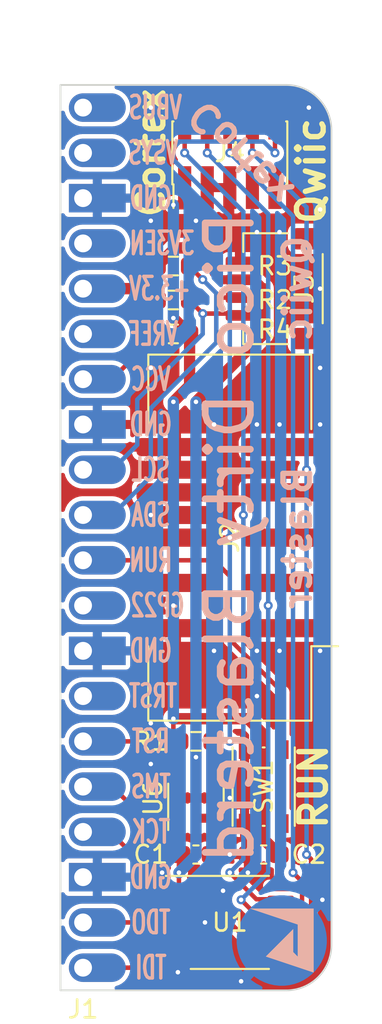
<source format=kicad_pcb>
(kicad_pcb (version 20221018) (generator pcbnew)
  (layers (0 "F.Cu" signal) (31 "B.Cu" signal) (34 "B.Paste" user) (35 "F.Paste" user) (36 "B.SilkS" user "B.Silkscreen") (37 "F.SilkS" user "F.Silkscreen") (38 "B.Mask" user) (39 "F.Mask" user) (44 "Edge.Cuts" user))
  (net 0 "")
  (net 1 "/RST")
  (net 2 "/TMS")
  (net 3 "/TCK")
  (net 4 "GND")
  (net 5 "/TDO")
  (net 6 "/TDI")
  (net 7 "/TRST")
  (net 10 "/GP22")
  (net 11 "/RUN")
  (net 12 "/SDA")
  (net 13 "/SCL")
  (net 14 "/GP28{slash}ADC2")
  (net 15 "/ADC_VREF")
  (net 16 "+3.3V")
  (net 17 "/3V3_EN")
  (net 18 "/VSYS")
  (net 19 "/VBUS")
  (net 20 "VCC")
  (net 22 "/VTCK")
  (net 23 "/VTDO")
  (net 24 "/VTMS")
  (net 25 "/VRST")
  (net 26 "/VTDI")
  (footprint "custom:Sidecar-20" (layer "F.Cu") (at 140.97 125.73 180)
    (fp_text reference "J1" (at 0 -2.33) (layer "F.SilkS"))
    (fp_text value "Conn_01x20")
    (pad "1" thru_hole oval (at 0 0 180) (size 3.2 1.6) (drill 1 (offset -0.8 0)) (layers "*.Cu" "*.Mask") (net 6 "/TDI"))
    (pad "2" thru_hole oval (at 0 2.54 180) (size 3.2 1.6) (drill 1 (offset -0.8 0)) (layers "*.Cu" "*.Mask") (net 5 "/TDO"))
    (pad "3" thru_hole rect (at 0 5.08 180) (size 3.2 1.6) (drill 1 (offset -0.8 0)) (layers "*.Cu" "*.Mask") (net 4 "GND"))
    (pad "4" thru_hole oval (at 0 7.62 180) (size 3.2 1.6) (drill 1 (offset -0.8 0)) (layers "*.Cu" "*.Mask") (net 3 "/TCK"))
    (pad "5" thru_hole oval (at 0 10.16 180) (size 3.2 1.6) (drill 1 (offset -0.8 0)) (layers "*.Cu" "*.Mask") (net 2 "/TMS"))
    (pad "6" thru_hole oval (at 0 12.7 180) (size 3.2 1.6) (drill 1 (offset -0.8 0)) (layers "*.Cu" "*.Mask") (net 1 "/RST"))
    (pad "7" thru_hole oval (at 0 15.24 180) (size 3.2 1.6) (drill 1 (offset -0.8 0)) (layers "*.Cu" "*.Mask") (net 7 "/TRST"))
    (pad "8" thru_hole rect (at 0 17.78 180) (size 3.2 1.6) (drill 1 (offset -0.8 0)) (layers "*.Cu" "*.Mask") (net 4 "GND"))
    (pad "9" thru_hole oval (at 0 20.32 180) (size 3.2 1.6) (drill 1 (offset -0.8 0)) (layers "*.Cu" "*.Mask") (net 10 "/GP22"))
    (pad "10" thru_hole oval (at 0 22.86 180) (size 3.2 1.6) (drill 1 (offset -0.8 0)) (layers "*.Cu" "*.Mask") (net 11 "/RUN"))
    (pad "11" thru_hole oval (at 0 25.4 180) (size 3.2 1.6) (drill 1 (offset -0.8 0)) (layers "*.Cu" "*.Mask") (net 12 "/SDA"))
    (pad "12" thru_hole oval (at 0 27.94 180) (size 3.2 1.6) (drill 1 (offset -0.8 0)) (layers "*.Cu" "*.Mask") (net 13 "/SCL"))
    (pad "13" thru_hole rect (at 0 30.48 180) (size 3.2 1.6) (drill 1 (offset -0.8 0)) (layers "*.Cu" "*.Mask") (net 4 "GND"))
    (pad "14" thru_hole oval (at 0 33.02 180) (size 3.2 1.6) (drill 1 (offset -0.8 0)) (layers "*.Cu" "*.Mask") (net 14 "/GP28{slash}ADC2"))
    (pad "15" thru_hole oval (at 0 35.56 180) (size 3.2 1.6) (drill 1 (offset -0.8 0)) (layers "*.Cu" "*.Mask") (net 15 "/ADC_VREF"))
    (pad "16" thru_hole oval (at 0 38.1 180) (size 3.2 1.6) (drill 1 (offset -0.8 0)) (layers "*.Cu" "*.Mask") (net 16 "+3.3V"))
    (pad "17" thru_hole oval (at 0 40.64 180) (size 3.2 1.6) (drill 1 (offset -0.8 0)) (layers "*.Cu" "*.Mask") (net 17 "/3V3_EN"))
    (pad "18" thru_hole rect (at 0 43.18 180) (size 3.2 1.6) (drill 1 (offset -0.8 0)) (layers "*.Cu" "*.Mask") (net 4 "GND"))
    (pad "19" thru_hole oval (at 0 45.72 180) (size 3.2 1.6) (drill 1 (offset -0.8 0)) (layers "*.Cu" "*.Mask") (net 18 "/VSYS"))
    (pad "20" thru_hole oval (at 0 48.26 180) (size 3.2 1.6) (drill 1 (offset -0.8 0)) (layers "*.Cu" "*.Mask") (net 19 "/VBUS"))
  )
  (footprint "Package_TO_SOT_SMD:SOT-23-6" (layer "F.Cu") (at 147.32 116.205 90)
    (fp_text reference "U6" (at 0 -2.413 270) (layer "F.SilkS"))
    (fp_text value "TS5A63157DBV")
    (fp_line (start 0 -1.56) (end -1.8 -1.56) (stroke (width 0.12)) (layer "F.SilkS"))
    (fp_line (start 0 -1.56) (end 0.8 -1.56) (stroke (width 0.12)) (layer "F.SilkS"))
    (fp_line (start 0 1.56) (end -0.8 1.56) (stroke (width 0.12)) (layer "F.SilkS"))
    (fp_line (start 0 1.56) (end 0.8 1.56) (stroke (width 0.12)) (layer "F.SilkS"))
    (pad "1" smd roundrect (at -1.1375 -0.95 90) (size 1.325 0.6) (layers "F.Cu" "F.Paste" "F.Mask"))
    (pad "2" smd roundrect (at -1.1375 0 90) (size 1.325 0.6) (layers "F.Cu" "F.Paste" "F.Mask") (net 4 "GND"))
    (pad "3" smd roundrect (at -1.1375 0.95 90) (size 1.325 0.6) (layers "F.Cu" "F.Paste" "F.Mask") (net 4 "GND"))
    (pad "4" smd roundrect (at 1.1375 0.95 90) (size 1.325 0.6) (layers "F.Cu" "F.Paste" "F.Mask") (net 25 "/VRST"))
    (pad "5" smd roundrect (at 1.1375 0 90) (size 1.325 0.6) (layers "F.Cu" "F.Paste" "F.Mask") (net 16 "+3.3V"))
    (pad "6" smd roundrect (at 1.1375 -0.95 90) (size 1.325 0.6) (layers "F.Cu" "F.Paste" "F.Mask") (net 1 "/RST"))
  )
  (footprint "Button_Switch_SMD:SW_Push_1P1T_NO_Vertical_Wuerth_434133025816" (layer "F.Cu") (at 151.13 115.57 -90)
    (fp_text reference "SW1" (at 0 0 90) (layer "F.SilkS"))
    (fp_text value "SW_Push")
    (fp_line (start -2.2 0.05) (end -2.2 -0.05) (stroke (width 0.12)) (layer "F.SilkS"))
    (fp_line (start -2.2 1.75) (end 2.2 1.75) (stroke (width 0.12)) (layer "F.SilkS"))
    (fp_line (start 2.2 -1.75) (end -2.2 -1.75) (stroke (width 0.12)) (layer "F.SilkS"))
    (fp_line (start 2.2 0.05) (end 2.2 -0.05) (stroke (width 0.12)) (layer "F.SilkS"))
    (pad "1" smd rect (at -2.075 -1.075 270) (size 1.05 0.65) (layers "F.Cu" "F.Paste" "F.Mask") (net 11 "/RUN"))
    (pad "1" smd rect (at 2.075 -1.075 270) (size 1.05 0.65) (layers "F.Cu" "F.Paste" "F.Mask") (net 11 "/RUN"))
    (pad "2" smd rect (at -2.075 1.075 270) (size 1.05 0.65) (layers "F.Cu" "F.Paste" "F.Mask") (net 4 "GND"))
    (pad "2" smd rect (at 2.05 1.075 270) (size 1.05 0.65) (layers "F.Cu" "F.Paste" "F.Mask") (net 4 "GND"))
  )
  (footprint "Resistor_SMD:R_0603_1608Metric_Pad0.98x0.95mm_HandSolder" (layer "F.Cu") (at 146.05 88.265)
    (fp_text reference "R2" (at 5.715 0) (layer "F.SilkS"))
    (fp_text value "10K")
    (fp_line (start -0.254724 -0.5225) (end 0.254724 -0.5225) (stroke (width 0.12)) (layer "F.SilkS"))
    (fp_line (start -0.254724 0.5225) (end 0.254724 0.5225) (stroke (width 0.12)) (layer "F.SilkS"))
    (pad "1" smd roundrect (at -0.9125 0) (size 0.975 0.95) (layers "F.Cu" "F.Paste" "F.Mask") (net 16 "+3.3V"))
    (pad "2" smd roundrect (at 0.9125 0) (size 0.975 0.95) (layers "F.Cu" "F.Paste" "F.Mask") (net 13 "/SCL"))
  )
  (footprint "Connector_PinHeader_1.27mm:PinHeader_2x05_P1.27mm_Vertical_SMD" (layer "F.Cu") (at 149.225 80.01 90)
    (fp_text reference "J4" (at 0 0 180) (layer "F.SilkS"))
    (fp_text value "Conn_02x05_Odd_Even")
    (fp_line (start -3.09 -3.17) (end -1.765 -3.17) (stroke (width 0.12)) (layer "F.SilkS"))
    (fp_line (start -1.765 -3.235) (end -1.765 -3.17) (stroke (width 0.12)) (layer "F.SilkS"))
    (fp_line (start -1.765 -3.235) (end 1.765 -3.235) (stroke (width 0.12)) (layer "F.SilkS"))
    (fp_line (start -1.765 3.17) (end -1.765 3.235) (stroke (width 0.12)) (layer "F.SilkS"))
    (fp_line (start -1.765 3.235) (end 1.765 3.235) (stroke (width 0.12)) (layer "F.SilkS"))
    (fp_line (start 1.765 -3.235) (end 1.765 -3.17) (stroke (width 0.12)) (layer "F.SilkS"))
    (fp_line (start 1.765 3.17) (end 1.765 3.235) (stroke (width 0.12)) (layer "F.SilkS"))
    (pad "1" smd rect (at -1.95 -2.54 90) (size 2.4 0.74) (layers "F.Cu" "F.Paste" "F.Mask") (net 20 "VCC"))
    (pad "2" smd rect (at 1.95 -2.54 90) (size 2.4 0.74) (layers "F.Cu" "F.Paste" "F.Mask") (net 24 "/VTMS"))
    (pad "3" smd rect (at -1.95 -1.27 90) (size 2.4 0.74) (layers "F.Cu" "F.Paste" "F.Mask") (net 4 "GND"))
    (pad "4" smd rect (at 1.95 -1.27 90) (size 2.4 0.74) (layers "F.Cu" "F.Paste" "F.Mask") (net 22 "/VTCK"))
    (pad "5" smd rect (at -1.95 0 90) (size 2.4 0.74) (layers "F.Cu" "F.Paste" "F.Mask") (net 4 "GND"))
    (pad "6" smd rect (at 1.95 0 90) (size 2.4 0.74) (layers "F.Cu" "F.Paste" "F.Mask") (net 23 "/VTDO"))
    (pad "7" smd rect (at -1.95 1.27 90) (size 2.4 0.74) (layers "F.Cu" "F.Paste" "F.Mask"))
    (pad "8" smd rect (at 1.95 1.27 90) (size 2.4 0.74) (layers "F.Cu" "F.Paste" "F.Mask") (net 26 "/VTDI"))
    (pad "9" smd rect (at -1.95 2.54 90) (size 2.4 0.74) (layers "F.Cu" "F.Paste" "F.Mask"))
    (pad "10" smd rect (at 1.95 2.54 90) (size 2.4 0.74) (layers "F.Cu" "F.Paste" "F.Mask") (net 25 "/VRST"))
  )
  (footprint "Resistor_SMD:R_0603_1608Metric_Pad0.98x0.95mm_HandSolder" (layer "F.Cu") (at 146.05 90.17)
    (fp_text reference "R4" (at 5.715 -0.254) (layer "F.SilkS"))
    (fp_text value "10K")
    (fp_line (start -0.254724 -0.5225) (end 0.254724 -0.5225) (stroke (width 0.12)) (layer "F.SilkS"))
    (fp_line (start -0.254724 0.5225) (end 0.254724 0.5225) (stroke (width 0.12)) (layer "F.SilkS"))
    (pad "1" smd roundrect (at -0.9125 0) (size 0.975 0.95) (layers "F.Cu" "F.Paste" "F.Mask") (net 14 "/GP28{slash}ADC2"))
    (pad "2" smd roundrect (at 0.9125 0) (size 0.975 0.95) (layers "F.Cu" "F.Paste" "F.Mask") (net 20 "VCC"))
  )
  (footprint "Resistor_SMD:R_0603_1608Metric_Pad0.98x0.95mm_HandSolder" (layer "F.Cu") (at 147.32 113.03)
    (fp_text reference "R1" (at -2.54 0) (layer "F.SilkS"))
    (fp_text value "10K")
    (fp_line (start -0.254724 -0.5225) (end 0.254724 -0.5225) (stroke (width 0.12)) (layer "F.SilkS"))
    (fp_line (start -0.254724 0.5225) (end 0.254724 0.5225) (stroke (width 0.12)) (layer "F.SilkS"))
    (pad "1" smd roundrect (at -0.9125 0) (size 0.975 0.95) (layers "F.Cu" "F.Paste" "F.Mask") (net 20 "VCC"))
    (pad "2" smd roundrect (at 0.9125 0) (size 0.975 0.95) (layers "F.Cu" "F.Paste" "F.Mask") (net 25 "/VRST"))
  )
  (footprint "Package_SO:TSSOP-14_4.4x5mm_P0.65mm" (layer "F.Cu") (at 149.225 123.19)
    (fp_text reference "U1" (at 0 0 180) (layer "F.SilkS"))
    (fp_text value "TXB0104PW")
    (fp_line (start 0 -2.61) (end -3.6 -2.61) (stroke (width 0.12)) (layer "F.SilkS"))
    (fp_line (start 0 -2.61) (end 2.2 -2.61) (stroke (width 0.12)) (layer "F.SilkS"))
    (fp_line (start 0 2.61) (end -2.2 2.61) (stroke (width 0.12)) (layer "F.SilkS"))
    (fp_line (start 0 2.61) (end 2.2 2.61) (stroke (width 0.12)) (layer "F.SilkS"))
    (pad "1" smd roundrect (at -2.8625 -1.95) (size 1.475 0.4) (layers "F.Cu" "F.Paste" "F.Mask") (net 16 "+3.3V"))
    (pad "2" smd roundrect (at -2.8625 -1.3) (size 1.475 0.4) (layers "F.Cu" "F.Paste" "F.Mask") (net 2 "/TMS"))
    (pad "3" smd roundrect (at -2.8625 -0.65) (size 1.475 0.4) (layers "F.Cu" "F.Paste" "F.Mask") (net 3 "/TCK"))
    (pad "4" smd roundrect (at -2.8625 0) (size 1.475 0.4) (layers "F.Cu" "F.Paste" "F.Mask") (net 5 "/TDO"))
    (pad "5" smd roundrect (at -2.8625 0.65) (size 1.475 0.4) (layers "F.Cu" "F.Paste" "F.Mask") (net 6 "/TDI"))
    (pad "6" smd roundrect (at -2.8625 1.3) (size 1.475 0.4) (layers "F.Cu" "F.Paste" "F.Mask"))
    (pad "7" smd roundrect (at -2.8625 1.95) (size 1.475 0.4) (layers "F.Cu" "F.Paste" "F.Mask") (net 4 "GND"))
    (pad "8" smd roundrect (at 2.8625 1.95) (size 1.475 0.4) (layers "F.Cu" "F.Paste" "F.Mask") (net 16 "+3.3V"))
    (pad "9" smd roundrect (at 2.8625 1.3) (size 1.475 0.4) (layers "F.Cu" "F.Paste" "F.Mask"))
    (pad "10" smd roundrect (at 2.8625 0.65) (size 1.475 0.4) (layers "F.Cu" "F.Paste" "F.Mask") (net 26 "/VTDI"))
    (pad "11" smd roundrect (at 2.8625 0) (size 1.475 0.4) (layers "F.Cu" "F.Paste" "F.Mask") (net 23 "/VTDO"))
    (pad "12" smd roundrect (at 2.8625 -0.65) (size 1.475 0.4) (layers "F.Cu" "F.Paste" "F.Mask") (net 22 "/VTCK"))
    (pad "13" smd roundrect (at 2.8625 -1.3) (size 1.475 0.4) (layers "F.Cu" "F.Paste" "F.Mask") (net 24 "/VTMS"))
    (pad "14" smd roundrect (at 2.8625 -1.95) (size 1.475 0.4) (layers "F.Cu" "F.Paste" "F.Mask") (net 20 "VCC"))
  )
  (footprint "Connector_JST:JST_SH_SM04B-SRSS-TB_1x04-1MP_P1.00mm_Horizontal" (layer "F.Cu") (at 151.765 87.63 90)
    (fp_text reference "J3" (at 0 1.651 90) (layer "F.SilkS"))
    (fp_text value "Conn_01x04")
    (fp_line (start -3.11 -1.785) (end -2.06 -1.785) (stroke (width 0.12)) (layer "F.SilkS"))
    (fp_line (start -3.11 0.715) (end -3.11 -1.785) (stroke (width 0.12)) (layer "F.SilkS"))
    (fp_line (start -2.06 -1.785) (end -2.06 -2.775) (stroke (width 0.12)) (layer "F.SilkS"))
    (fp_line (start -1.94 2.685) (end 1.94 2.685) (stroke (width 0.12)) (layer "F.SilkS"))
    (fp_line (start 3.11 -1.785) (end 2.06 -1.785) (stroke (width 0.12)) (layer "F.SilkS"))
    (fp_line (start 3.11 0.715) (end 3.11 -1.785) (stroke (width 0.12)) (layer "F.SilkS"))
    (pad "1" smd roundrect (at -1.5 -2 90) (size 0.6 1.55) (layers "F.Cu" "F.Paste" "F.Mask") (net 13 "/SCL"))
    (pad "2" smd roundrect (at -0.5 -2 90) (size 0.6 1.55) (layers "F.Cu" "F.Paste" "F.Mask") (net 12 "/SDA"))
    (pad "3" smd roundrect (at 0.5 -2 90) (size 0.6 1.55) (layers "F.Cu" "F.Paste" "F.Mask") (net 16 "+3.3V"))
    (pad "4" smd roundrect (at 1.5 -2 90) (size 0.6 1.55) (layers "F.Cu" "F.Paste" "F.Mask") (net 4 "GND"))
    (pad "MP" smd roundrect (at -2.8 1.875 90) (size 1.2 1.8) (layers "F.Cu" "F.Paste" "F.Mask") (roundrect_rratio 0.208333))
    (pad "MP" smd roundrect (at 2.8 1.875 90) (size 1.2 1.8) (layers "F.Cu" "F.Paste" "F.Mask") (roundrect_rratio 0.208333))
  )
  (footprint "Resistor_SMD:R_0603_1608Metric_Pad0.98x0.95mm_HandSolder" (layer "F.Cu") (at 146.05 86.36)
    (fp_text reference "R3" (at 5.715 0) (layer "F.SilkS"))
    (fp_text value "10K")
    (fp_line (start -0.254724 -0.5225) (end 0.254724 -0.5225) (stroke (width 0.12)) (layer "F.SilkS"))
    (fp_line (start -0.254724 0.5225) (end 0.254724 0.5225) (stroke (width 0.12)) (layer "F.SilkS"))
    (pad "1" smd roundrect (at -0.9125 0) (size 0.975 0.95) (layers "F.Cu" "F.Paste" "F.Mask") (net 16 "+3.3V"))
    (pad "2" smd roundrect (at 0.9125 0) (size 0.975 0.95) (layers "F.Cu" "F.Paste" "F.Mask") (net 12 "/SDA"))
  )
  (footprint "Capacitor_SMD:C_0603_1608Metric_Pad1.08x0.95mm_HandSolder" (layer "F.Cu") (at 147.32 119.38)
    (fp_text reference "C1" (at -2.54 0) (layer "F.SilkS"))
    (fp_text value "0.1uF")
    (fp_line (start -0.146267 -0.51) (end 0.146267 -0.51) (stroke (width 0.12)) (layer "F.SilkS"))
    (fp_line (start -0.146267 0.51) (end 0.146267 0.51) (stroke (width 0.12)) (layer "F.SilkS"))
    (pad "1" smd roundrect (at -0.8625 0) (size 1.075 0.95) (layers "F.Cu" "F.Paste" "F.Mask") (net 16 "+3.3V"))
    (pad "2" smd roundrect (at 0.8625 0) (size 1.075 0.95) (layers "F.Cu" "F.Paste" "F.Mask") (net 4 "GND"))
  )
  (footprint "custom:BHR-10-VSG-SMT_2x05_P2.54mm_Vertical_SMD" (layer "F.Cu") (at 149.225 101.6 180)
    (fp_text reference "J2" (at 0 0 90) (layer "F.SilkS"))
    (fp_text value "Conn_02x05_Odd_Even")
    (fp_line (start -4.585 -10.27) (end 4.585 -10.27) (stroke (width 0.12)) (layer "F.SilkS"))
    (fp_line (start -4.585 -6.09) (end -6.085 -6.09) (stroke (width 0.12)) (layer "F.SilkS"))
    (fp_line (start -4.585 -6.09) (end -4.585 -10.27) (stroke (width 0.12)) (layer "F.SilkS"))
    (fp_line (start -4.585 6.09) (end -4.585 10.27) (stroke (width 0.12)) (layer "F.SilkS"))
    (fp_line (start -4.585 10.27) (end 4.585 10.27) (stroke (width 0.12)) (layer "F.SilkS"))
    (fp_line (start 4.585 -10.27) (end 4.585 -6.09) (stroke (width 0.12)) (layer "F.SilkS"))
    (fp_line (start 4.585 10.27) (end 4.585 6.09) (stroke (width 0.12)) (layer "F.SilkS"))
    (pad "1" smd roundrect (at -3 -5.08 180) (size 4.5 1.02) (layers "F.Cu" "F.Paste" "F.Mask") (net 22 "/VTCK"))
    (pad "2" smd roundrect (at 3 -5.08 180) (size 4.5 1.02) (layers "F.Cu" "F.Paste" "F.Mask") (net 4 "GND"))
    (pad "3" smd roundrect (at -3 -2.54 180) (size 4.5 1.02) (layers "F.Cu" "F.Paste" "F.Mask") (net 23 "/VTDO"))
    (pad "4" smd roundrect (at 3 -2.54 180) (size 4.5 1.02) (layers "F.Cu" "F.Paste" "F.Mask") (net 20 "VCC"))
    (pad "5" smd roundrect (at -3 0 180) (size 4.5 1.02) (layers "F.Cu" "F.Paste" "F.Mask") (net 24 "/VTMS"))
    (pad "6" smd roundrect (at 3 0 180) (size 4.5 1.02) (layers "F.Cu" "F.Paste" "F.Mask") (net 25 "/VRST"))
    (pad "7" smd roundrect (at -3 2.54 180) (size 4.5 1.02) (layers "F.Cu" "F.Paste" "F.Mask"))
    (pad "8" smd roundrect (at 3 2.54 180) (size 4.5 1.02) (layers "F.Cu" "F.Paste" "F.Mask"))
    (pad "9" smd roundrect (at -3 5.08 180) (size 4.5 1.02) (layers "F.Cu" "F.Paste" "F.Mask") (net 26 "/VTDI"))
    (pad "10" smd roundrect (at 3 5.08 180) (size 4.5 1.02) (layers "F.Cu" "F.Paste" "F.Mask") (net 4 "GND"))
  )
  (footprint "Capacitor_SMD:C_0603_1608Metric_Pad1.08x0.95mm_HandSolder" (layer "F.Cu") (at 151.13 119.38 180)
    (fp_text reference "C2" (at -2.54 0) (layer "F.SilkS"))
    (fp_text value "0.1uF")
    (fp_line (start -0.146267 -0.51) (end 0.146267 -0.51) (stroke (width 0.12)) (layer "F.SilkS"))
    (fp_line (start -0.146267 0.51) (end 0.146267 0.51) (stroke (width 0.12)) (layer "F.SilkS"))
    (pad "1" smd roundrect (at -0.8625 0 180) (size 1.075 0.95) (layers "F.Cu" "F.Paste" "F.Mask") (net 20 "VCC"))
    (pad "2" smd roundrect (at 0.8625 0 180) (size 1.075 0.95) (layers "F.Cu" "F.Paste" "F.Mask") (net 4 "GND"))
  )
  (footprint "custom:gs_logo_200mil" (layer "B.Cu") (at 152.146 124.206 -135)
    (fp_text reference "GS1" hide)
    (fp_text value "GS_logo")
    (fp_poly (pts (xy -1.27 0) (xy 0 -1.27) (xy 0 -0.9144) (xy -0.9144 0) (xy 1.27 0) (xy 0 -2.54) (xy -2.54 0) (xy 0 2.54)) (stroke (width 0.00254)) (fill solid) (layer "B.SilkS"))
    (pad "1" smd custom (at 0 0 225) (size 5.08 5.08) (layers "B.Cu") (net 4 "GND") (options (clearance outline) (anchor circle)) (primitives))
  )
  (gr_line (start 152.4 76.2) (end 139.7 76.2) (stroke (width 0.1)) (layer "Edge.Cuts"))
  (gr_line (start 139.7 127) (end 152.4 127) (stroke (width 0.1)) (layer "Edge.Cuts"))
  (gr_arc (start 154.94 124.46) (mid 154.196051 126.256051) (end 152.4 127) (stroke (width 0.1)) (layer "Edge.Cuts"))
  (gr_line (start 154.94 78.74) (end 154.94 124.46) (stroke (width 0.1)) (layer "Edge.Cuts"))
  (gr_line (start 139.7 76.2) (end 139.7 127) (stroke (width 0.1)) (layer "Edge.Cuts"))
  (gr_arc (start 152.4 76.2) (mid 154.196051 76.943949) (end 154.94 78.74) (stroke (width 0.1)) (layer "Edge.Cuts"))
  (gr_text "GND" (at 144.78 82.55) (layer "B.SilkS") (effects (font (size 1.27 0.762) (thickness 0.1905) bold) (justify mirror)))
  (gr_text "GP22" (at 145.161 105.41) (layer "B.SilkS") (effects (font (size 1.27 0.762) (thickness 0.1905) bold) (justify mirror)))
  (gr_text "VSYS" (at 144.907 80.01) (layer "B.SilkS") (effects (font (size 1.27 0.762) (thickness 0.1905) bold) (justify mirror)))
  (gr_text "GND" (at 144.78 120.65) (layer "B.SilkS") (effects (font (size 1.27 0.762) (thickness 0.1905) bold) (justify mirror)))
  (gr_text "3V3EN" (at 145.415 85.09) (layer "B.SilkS") (effects (font (size 1.27 0.762) (thickness 0.1905) bold) (justify mirror)))
  (gr_text "TMS" (at 144.78 115.57) (layer "B.SilkS") (effects (font (size 1.27 0.762) (thickness 0.1905) bold) (justify mirror)))
  (gr_text "Pico Dirty Blasterd" (at 149.225 101.6 90) (layer "B.SilkS") (effects (font (size 2.54 2.54) (thickness 0.381)) (justify mirror)))
  (gr_text "VREF" (at 144.907 90.17) (layer "B.SilkS") (effects (font (size 1.27 0.762) (thickness 0.1905) bold) (justify mirror)))
  (gr_text "TDI" (at 144.78 125.73) (layer "B.SilkS") (effects (font (size 1.27 0.762) (thickness 0.1905) bold) (justify mirror)))
  (gr_text "GND" (at 144.78 107.95) (layer "B.SilkS") (effects (font (size 1.27 0.762) (thickness 0.1905) bold) (justify mirror)))
  (gr_text "SDA" (at 144.78 100.33) (layer "B.SilkS") (effects (font (size 1.27 0.762) (thickness 0.1905) bold) (justify mirror)))
  (gr_text "TRST" (at 144.907 110.49) (layer "B.SilkS") (effects (font (size 1.27 0.762) (thickness 0.1905) bold) (justify mirror)))
  (gr_text "VCC" (at 144.78 92.71) (layer "B.SilkS") (effects (font (size 1.27 0.762) (thickness 0.1905) bold) (justify mirror)))
  (gr_text "VBUS" (at 145.034 77.47) (layer "B.SilkS") (effects (font (size 1.27 0.762) (thickness 0.1905) bold) (justify mirror)))
  (gr_text "+3.3V" (at 145.288 87.63) (layer "B.SilkS") (effects (font (size 1.27 0.762) (thickness 0.1905) bold) (justify mirror)))
  (gr_text "TDO" (at 144.78 123.19) (layer "B.SilkS") (effects (font (size 1.27 0.762) (thickness 0.1905) bold) (justify mirror)))
  (gr_text "Cortex" (at 149.86 80.01 135) (layer "B.SilkS") (effects (font (size 1.5 1.5) (thickness 0.3) bold) (justify mirror)))
  (gr_text "Qwiic" (at 153.035 87.63 90) (layer "B.SilkS") (effects (font (size 1.5 1.5) (thickness 0.3) bold) (justify mirror)))
  (gr_text "Blaster" (at 153.035 101.6 90) (layer "B.SilkS") (effects (font (size 1.5 1.5) (thickness 0.3) bold) (justify mirror)))
  (gr_text "RUN" (at 144.78 102.87) (layer "B.SilkS") (effects (font (size 1.27 0.762) (thickness 0.1905) bold) (justify mirror)))
  (gr_text "GND" (at 144.78 95.25) (layer "B.SilkS") (effects (font (size 1.27 0.762) (thickness 0.1905) bold) (justify mirror)))
  (gr_text "SCL" (at 144.78 97.79) (layer "B.SilkS") (effects (font (size 1.27 0.762) (thickness 0.1905) bold) (justify mirror)))
  (gr_text "RST" (at 144.78 113.03) (layer "B.SilkS") (effects (font (size 1.27 0.762) (thickness 0.1905) bold) (justify mirror)))
  (gr_text "TCK" (at 144.78 118.11) (layer "B.SilkS") (effects (font (size 1.27 0.762) (thickness 0.1905) bold) (justify mirror)))
  (gr_text "RUN" (at 153.924 115.57 90) (layer "F.SilkS") (effects (font (size 1.5 1.5) (thickness 0.3) bold)))
  (gr_text "Cortex" (at 144.78 80.01 90) (layer "F.SilkS") (effects (font (size 1.5 1.5) (thickness 0.3) bold)))
  (gr_text "Qwiic" (at 153.797 81.026 90) (layer "F.SilkS") (effects (font (size 1.5 1.5) (thickness 0.3) bold)))
  (segment (start 144.653 113.03) (end 146.37 114.747) (width 0.25) (layer "F.Cu") (net 1))
  (segment (start 140.97 113.03) (end 144.653 113.03) (width 0.25) (layer "F.Cu") (net 1))
  (segment (start 146.37 114.747) (end 146.37 115.0675) (width 0.25) (layer "F.Cu") (net 1))
  (segment (start 144.78 117.729) (end 142.621 115.57) (width 0.254) (layer "F.Cu") (net 2))
  (segment (start 144.78 121.2215) (end 144.78 117.729) (width 0.254) (layer "F.Cu") (net 2))
  (segment (start 142.621 115.57) (end 140.97 115.57) (width 0.254) (layer "F.Cu") (net 2))
  (segment (start 146.3625 121.89) (end 145.4485 121.89) (width 0.254) (layer "F.Cu") (net 2))
  (segment (start 145.4485 121.89) (end 144.78 121.2215) (width 0.254) (layer "F.Cu") (net 2))
  (segment (start 146.3625 122.54) (end 145.273 122.54) (width 0.254) (layer "F.Cu") (net 3))
  (segment (start 144.145 121.412) (end 144.145 119.761) (width 0.254) (layer "F.Cu") (net 3))
  (segment (start 145.273 122.54) (end 144.145 121.412) (width 0.254) (layer "F.Cu") (net 3))
  (segment (start 142.494 118.11) (end 140.97 118.11) (width 0.254) (layer "F.Cu") (net 3))
  (segment (start 144.145 119.761) (end 142.494 118.11) (width 0.254) (layer "F.Cu") (net 3))
  (segment (start 146.05 107.95) (end 146.225 107.775) (width 0.25) (layer "F.Cu") (net 4))
  (segment (start 142.494 95.25) (end 146.05 95.25) (width 0.25) (layer "F.Cu") (net 4))
  (segment (start 146.225 107.775) (end 146.225 106.68) (width 0.25) (layer "F.Cu") (net 4))
  (segment (start 150.055 119.1675) (end 150.2675 119.38) (width 0.25) (layer "F.Cu") (net 4))
  (segment (start 147.32 117.3425) (end 148.27 117.3425) (width 0.25) (layer "F.Cu") (net 4))
  (segment (start 149.225 119.38) (end 150.2675 119.38) (width 0.254) (layer "F.Cu") (net 4))
  (segment (start 146.05 95.25) (end 146.225 95.425) (width 0.25) (layer "F.Cu") (net 4))
  (segment (start 146.225 95.425) (end 146.225 96.52) (width 0.25) (layer "F.Cu") (net 4))
  (segment (start 140.97 95.25) (end 142.494 95.25) (width 0.25) (layer "F.Cu") (net 4))
  (segment (start 149.225 119.38) (end 148.1825 119.38) (width 0.254) (layer "F.Cu") (net 4))
  (segment (start 148.27 117.3425) (end 148.27 119.2925) (width 0.25) (layer "F.Cu") (net 4))
  (segment (start 150.055 117.62) (end 150.055 119.1675) (width 0.25) (layer "F.Cu") (net 4))
  (segment (start 148.27 119.2925) (end 148.1825 119.38) (width 0.25) (layer "F.Cu") (net 4))
  (segment (start 142.494 95.25) (end 144.399 95.25) (width 0.25) (layer "F.Cu") (net 4))
  (segment (start 145.034 125.349) (end 145.243 125.14) (width 0.25) (layer "F.Cu") (net 4))
  (segment (start 145.243 125.14) (end 146.3625 125.14) (width 0.25) (layer "F.Cu") (net 4))
  (segment (start 147.955 81.96) (end 149.225 81.96) (width 0.25) (layer "F.Cu") (net 4))
  (segment (start 150.055 113.495) (end 150.055 117.62) (width 0.25) (layer "F.Cu") (net 4))
  (segment (start 140.97 107.95) (end 146.05 107.95) (width 0.25) (layer "F.Cu") (net 4))
  (via (at 150.749 84.455) (size 0.508) (drill 0.254) (layers "F.Cu" "B.Cu") (net 4))
  (via (at 144.78 112.014) (size 0.508) (drill 0.254) (layers "F.Cu" "B.Cu") (net 4))
  (via (at 146.304 125.984) (size 0.508) (drill 0.254) (layers "F.Cu" "B.Cu") (net 4))
  (via (at 152.019 107.95) (size 0.508) (drill 0.254) (layers "F.Cu" "B.Cu") (net 4))
  (via (at 154.305 107.95) (size 0.508) (drill 0.254) (layers "F.Cu" "B.Cu") (net 4))
  (via (at 145.415 120.396) (size 0.508) (drill 0.254) (layers "F.Cu" "B.Cu") (net 4))
  (via (at 152.019 95.25) (size 0.508) (drill 0.254) (layers "F.Cu" "B.Cu") (net 4))
  (via (at 144.78 92.075) (size 0.508) (drill 0.254) (layers "F.Cu" "B.Cu") (net 4))
  (via (at 148.844 121.412) (size 0.508) (drill 0.254) (layers "F.Cu" "B.Cu") (net 4))
  (via (at 150.749 107.95) (size 0.508) (drill 0.254) (layers "F.Cu" "B.Cu") (net 4))
  (via (at 150.749 95.25) (size 0.508) (drill 0.254) (layers "F.Cu" "B.Cu") (net 4))
  (via (at 154.432 121.92) (size 0.508) (drill 0.254) (layers "F.Cu" "B.Cu") (net 4))
  (via (at 147.32 83.82) (size 0.508) (drill 0.254) (layers "F.Cu" "B.Cu") (net 4))
  (via (at 154.305 83.185) (size 0.508) (drill 0.254) (layers "F.Cu" "B.Cu") (net 4))
  (via (at 148.336 107.95) (size 0.508) (drill 0.254) (layers "F.Cu" "B.Cu") (net 4))
  (via (at 144.78 100.33) (size 0.508) (drill 0.254) (layers "F.Cu" "B.Cu") (net 4))
  (via (at 144.78 83.82) (size 0.508) (drill 0.254) (layers "F.Cu" "B.Cu") (net 4))
  (via (at 144.78 114.3) (size 0.508) (drill 0.254) (layers "F.Cu" "B.Cu") (net 4))
  (via (at 150.241 120.396) (size 0.508) (drill 0.254) (layers "F.Cu" "B.Cu") (net 4))
  (via (at 148.336 95.25) (size 0.508) (drill 0.254) (layers "F.Cu" "B.Cu") (net 4))
  (via (at 153.67 77.47) (size 0.508) (drill 0.254) (layers "F.Cu" "B.Cu") (net 4))
  (via (at 149.225 119.38) (size 0.508) (drill 0.254) (layers "F.Cu" "B.Cu") (net 4))
  (via (at 149.86 126.492) (size 0.508) (drill 0.254) (layers "F.Cu" "B.Cu") (net 4))
  (via (at 149.225 116.205) (size 0.508) (drill 0.254) (layers "F.Cu" "B.Cu") (net 4))
  (via (at 154.305 95.25) (size 0.508) (drill 0.254) (layers "F.Cu" "B.Cu") (net 4))
  (via (at 144.78 77.47) (size 0.508) (drill 0.254) (layers "F.Cu" "B.Cu") (net 4))
  (via (at 154.305 87.63) (size 0.508) (drill 0.254) (layers "F.Cu" "B.Cu") (net 4))
  (via (at 150.749 110.49) (size 0.508) (drill 0.254) (layers "F.Cu" "B.Cu") (net 4))
  (via (at 154.305 92.075) (size 0.508) (drill 0.254) (layers "F.Cu" "B.Cu") (net 4))
  (via (at 152.019 84.455) (size 0.508) (drill 0.254) (layers "F.Cu" "B.Cu") (net 4))
  (via (at 147.828 123.19) (size 0.508) (drill 0.254) (layers "F.Cu" "B.Cu") (net 4))
  (segment (start 147.066 121.539) (end 149.225 119.38) (width 0.25) (layer "B.Cu") (net 4))
  (segment (start 145.288 121.539) (end 147.066 121.539) (width 0.25) (layer "B.Cu") (net 4))
  (segment (start 152.146 124.206) (end 149.86 126.492) (width 0.635) (layer "B.Cu") (net 4))
  (segment (start 154.432 121.92) (end 152.146 124.206) (width 0.635) (layer "B.Cu") (net 4))
  (segment (start 149.86 126.492) (end 148.336 126.492) (width 0.635) (layer "B.Cu") (net 4))
  (segment (start 144.399 120.65) (end 140.97 120.65) (width 0.25) (layer "B.Cu") (net 4))
  (segment (start 154.432 121.92) (end 154.432 120.523) (width 0.635) (layer "B.Cu") (net 4))
  (segment (start 145.288 121.539) (end 144.399 120.65) (width 0.25) (layer "B.Cu") (net 4))
  (segment (start 146.3625 123.19) (end 141.859 123.19) (width 0.254) (layer "F.Cu") (net 5))
  (segment (start 143.637 125.73) (end 145.527 123.84) (width 0.254) (layer "F.Cu") (net 6))
  (segment (start 145.527 123.84) (end 146.3625 123.84) (width 0.254) (layer "F.Cu") (net 6))
  (segment (start 143.637 125.73) (end 140.97 125.73) (width 0.254) (layer "F.Cu") (net 6))
  (segment (start 149.225 107.315) (end 152.205 110.295) (width 0.25) (layer "F.Cu") (net 11))
  (segment (start 152.205 110.295) (end 152.205 113.495) (width 0.25) (layer "F.Cu") (net 11))
  (segment (start 149.225 103.759) (end 149.225 107.315) (width 0.25) (layer "F.Cu") (net 11))
  (segment (start 140.97 102.87) (end 148.336 102.87) (width 0.25) (layer "F.Cu") (net 11))
  (segment (start 148.336 102.87) (end 149.225 103.759) (width 0.25) (layer "F.Cu") (net 11))
  (segment (start 152.205 113.495) (end 152.205 117.645) (width 0.25) (layer "F.Cu") (net 11))
  (segment (start 147.701 87.122) (end 148.709 88.13) (width 0.254) (layer "F.Cu") (net 12))
  (segment (start 146.9625 86.36) (end 146.9625 86.3835) (width 0.254) (layer "F.Cu") (net 12))
  (segment (start 146.9625 86.3835) (end 147.701 87.122) (width 0.254) (layer "F.Cu") (net 12))
  (segment (start 148.709 88.13) (end 149.765 88.13) (width 0.254) (layer "F.Cu") (net 12))
  (via (at 147.701 87.122) (size 0.508) (drill 0.254) (layers "F.Cu" "B.Cu") (net 12))
  (segment (start 148.463 90.655539) (end 144.78 94.338539) (width 0.254) (layer "B.Cu") (net 12))
  (segment (start 140.97 100.33) (end 142.621 100.33) (width 0.25) (layer "B.Cu") (net 12))
  (segment (start 148.463 87.884) (end 148.463 90.655539) (width 0.254) (layer "B.Cu") (net 12))
  (segment (start 144.78 98.171) (end 144.78 94.615) (width 0.25) (layer "B.Cu") (net 12))
  (segment (start 142.621 100.33) (end 144.78 98.171) (width 0.25) (layer "B.Cu") (net 12))
  (segment (start 144.78 94.338539) (end 144.78 94.615) (width 0.254) (layer "B.Cu") (net 12))
  (segment (start 147.701 87.122) (end 148.463 87.884) (width 0.254) (layer "B.Cu") (net 12))
  (segment (start 146.9625 88.265) (end 146.9625 88.2885) (width 0.254) (layer "F.Cu") (net 13))
  (segment (start 146.9625 88.2885) (end 147.701 89.027) (width 0.254) (layer "F.Cu") (net 13))
  (segment (start 149.662 89.027) (end 149.765 89.13) (width 0.254) (layer "F.Cu") (net 13))
  (segment (start 147.701 89.027) (end 149.662 89.027) (width 0.254) (layer "F.Cu") (net 13))
  (via (at 147.701 89.027) (size 0.508) (drill 0.254) (layers "F.Cu" "B.Cu") (net 13))
  (segment (start 147.701 90.17) (end 147.701 89.027) (width 0.25) (layer "B.Cu") (net 13))
  (segment (start 144.018 96.393) (end 144.018 93.853) (width 0.25) (layer "B.Cu") (net 13))
  (segment (start 140.97 97.79) (end 142.621 97.79) (width 0.25) (layer "B.Cu") (net 13))
  (segment (start 144.018 93.853) (end 147.701 90.17) (width 0.25) (layer "B.Cu") (net 13))
  (segment (start 142.621 97.79) (end 144.018 96.393) (width 0.25) (layer "B.Cu") (net 13))
  (segment (start 140.97 92.71) (end 142.5975 92.71) (width 0.254) (layer "F.Cu") (net 14))
  (segment (start 142.5975 92.71) (end 145.1375 90.17) (width 0.254) (layer "F.Cu") (net 14))
  (segment (start 151.175 125.14) (end 147.275 121.24) (width 0.254) (layer "F.Cu") (net 16))
  (segment (start 144.5025 87.63) (end 145.1375 88.265) (width 0.635) (layer "F.Cu") (net 16))
  (segment (start 151.13 90.17) (end 151.13 87.63) (width 0.635) (layer "F.Cu") (net 16))
  (segment (start 152.0875 125.14) (end 151.175 125.14) (width 0.254) (layer "F.Cu") (net 16))
  (segment (start 147.574 85.344) (end 146.1535 85.344) (width 0.635) (layer "F.Cu") (net 16))
  (segment (start 146.3625 119.475) (end 146.4575 119.38) (width 0.254) (layer "F.Cu") (net 16))
  (segment (start 146.3625 121.24) (end 146.3625 120.396) (width 0.254) (layer "F.Cu") (net 16))
  (segment (start 151.13 87.63) (end 150.63 87.13) (width 0.508) (layer "F.Cu") (net 16))
  (segment (start 146.1535 85.344) (end 145.1375 86.36) (width 0.635) (layer "F.Cu") (net 16))
  (segment (start 140.97 87.63) (end 143.8675 87.63) (width 0.635) (layer "F.Cu") (net 16))
  (segment (start 150.63 87.13) (end 149.765 87.13) (width 0.508) (layer "F.Cu") (net 16))
  (segment (start 147.32 93.98) (end 151.13 90.17) (width 0.635) (layer "F.Cu") (net 16))
  (segment (start 140.97 87.63) (end 144.5025 87.63) (width 0.635) (layer "F.Cu") (net 16))
  (segment (start 148.725 87.13) (end 148.336 86.741) (width 0.508) (layer "F.Cu") (net 16))
  (segment (start 147.275 121.24) (end 146.3625 121.24) (width 0.254) (layer "F.Cu") (net 16))
  (segment (start 149.765 87.13) (end 148.725 87.13) (width 0.508) (layer "F.Cu") (net 16))
  (segment (start 147.32 113.919) (end 147.32 115.0675) (width 0.25) (layer "F.Cu") (net 16))
  (segment (start 146.3625 120.396) (end 146.3625 119.475) (width 0.254) (layer "F.Cu") (net 16))
  (segment (start 148.336 86.106) (end 147.574 85.344) (width 0.635) (layer "F.Cu") (net 16))
  (segment (start 148.336 86.741) (end 148.336 86.106) (width 0.508) (layer "F.Cu") (net 16))
  (segment (start 143.8675 87.63) (end 145.1375 86.36) (width 0.635) (layer "F.Cu") (net 16))
  (via (at 147.32 93.98) (size 0.508) (drill 0.254) (layers "F.Cu" "B.Cu") (net 16))
  (via (at 147.32 113.919) (size 0.508) (drill 0.254) (layers "F.Cu" "B.Cu") (net 16))
  (via (at 146.3625 120.396) (size 0.508) (drill 0.254) (layers "F.Cu" "B.Cu") (net 16))
  (segment (start 147.32 93.98) (end 147.32 113.919) (width 0.635) (layer "B.Cu") (net 16))
  (segment (start 147.32 113.919) (end 147.32 119.4385) (width 0.635) (layer "B.Cu") (net 16))
  (segment (start 147.32 119.4385) (end 146.3625 120.396) (width 0.635) (layer "B.Cu") (net 16))
  (segment (start 150.241 111.76) (end 146.05 111.76) (width 0.635) (layer "F.Cu") (net 20))
  (segment (start 151.13 118.5175) (end 151.13 112.649) (width 0.635) (layer "F.Cu") (net 20))
  (segment (start 146.9625 90.17) (end 146.939 90.17) (width 0.635) (layer "F.Cu") (net 20))
  (segment (start 151.9925 119.38) (end 151.13 118.5175) (width 0.635) (layer "F.Cu") (net 20))
  (segment (start 146.05 82.931) (end 146.685 82.931) (width 0.508) (layer "F.Cu") (net 20))
  (segment (start 152.0875 121.24) (end 152.0875 119.475) (width 0.254) (layer "F.Cu") (net 20))
  (segment (start 146.05 105.41) (end 146.05 104.315) (width 0.25) (layer "F.Cu") (net 20))
  (segment (start 146.685 82.931) (end 146.685 81.96) (width 0.508) (layer "F.Cu") (net 20))
  (segment (start 146.05 112.6725) (end 146.4075 113.03) (width 0.254) (layer "F.Cu") (net 20))
  (segment (start 146.05 111.76) (end 146.05 112.6725) (width 0.254) (layer "F.Cu") (net 20))
  (segment (start 151.13 112.649) (end 150.241 111.76) (width 0.635) (layer "F.Cu") (net 20))
  (segment (start 146.939 90.17) (end 146.05 89.281) (width 0.635) (layer "F.Cu") (net 20))
  (segment (start 146.05 104.315) (end 146.225 104.14) (width 0.25) (layer "F.Cu") (net 20))
  (segment (start 146.05 93.98) (end 146.9625 93.0675) (width 0.635) (layer "F.Cu") (net 20))
  (segment (start 152.0875 119.475) (end 151.9925 119.38) (width 0.254) (layer "F.Cu") (net 20))
  (segment (start 146.9625 93.0675) (end 146.9625 90.17) (width 0.635) (layer "F.Cu") (net 20))
  (via (at 146.05 82.931) (size 0.508) (drill 0.254) (layers "F.Cu" "B.Cu") (net 20))
  (via (at 146.05 93.98) (size 0.508) (drill 0.254) (layers "F.Cu" "B.Cu") (net 20))
  (via (at 146.05 111.76) (size 0.508) (drill 0.254) (layers "F.Cu" "B.Cu") (net 20))
  (via (at 146.05 105.41) (size 0.508) (drill 0.254) (layers "F.Cu" "B.Cu") (net 20))
  (via (at 146.05 89.281) (size 0.508) (drill 0.254) (layers "F.Cu" "B.Cu") (net 20))
  (segment (start 146.05 111.76) (end 146.05 105.41) (width 0.635) (layer "B.Cu") (net 20))
  (segment (start 146.05 93.98) (end 146.05 105.41) (width 0.635) (layer "B.Cu") (net 20))
  (segment (start 146.05 82.931) (end 146.05 89.281) (width 0.635) (layer "B.Cu") (net 20))
  (segment (start 150.48 122.54) (end 152.0875 122.54) (width 0.25) (layer "F.Cu") (net 22))
  (segment (start 151.384 105.41) (end 151.384 106.68) (width 0.25) (layer "F.Cu") (net 22))
  (segment (start 147.955 78.06) (end 147.955 80.01) (width 0.25) (layer "F.Cu") (net 22))
  (segment (start 151.384 106.68) (end 152.225 106.68) (width 0.25) (layer "F.Cu") (net 22))
  (segment (start 149.86 121.92) (end 150.48 122.54) (width 0.25) (layer "F.Cu") (net 22))
  (via (at 151.384 105.41) (size 0.508) (drill 0.254) (layers "F.Cu" "B.Cu") (net 22))
  (via (at 147.955 80.01) (size 0.508) (drill 0.254) (layers "F.Cu" "B.Cu") (net 22))
  (via (at 149.86 121.92) (size 0.508) (drill 0.254) (layers "F.Cu" "B.Cu") (net 22))
  (segment (start 151.384 120.396) (end 149.86 121.92) (width 0.25) (layer "B.Cu") (net 22))
  (segment (start 151.384 105.41) (end 151.384 83.439) (width 0.25) (layer "B.Cu") (net 22))
  (segment (start 151.384 83.439) (end 147.955 80.01) (width 0.25) (layer "B.Cu") (net 22))
  (segment (start 151.384 105.41) (end 151.384 120.396) (width 0.25) (layer "B.Cu") (net 22))
  (segment (start 153.289 122.936) (end 153.035 123.19) (width 0.25) (layer "F.Cu") (net 23))
  (segment (start 149.225 78.06) (end 149.225 80.01) (width 0.25) (layer "F.Cu") (net 23))
  (segment (start 152.781 120.396) (end 153.289 120.904) (width 0.25) (layer "F.Cu") (net 23))
  (segment (start 153.035 123.19) (end 152.0875 123.19) (width 0.25) (layer "F.Cu") (net 23))
  (segment (start 152.781 102.87) (end 152.781 104.14) (width 0.25) (layer "F.Cu") (net 23))
  (segment (start 153.289 120.904) (end 153.289 122.936) (width 0.25) (layer "F.Cu") (net 23))
  (segment (start 152.781 104.14) (end 152.225 104.14) (width 0.25) (layer "F.Cu") (net 23))
  (via (at 149.225 80.01) (size 0.508) (drill 0.254) (layers "F.Cu" "B.Cu") (net 23))
  (via (at 152.781 120.396) (size 0.508) (drill 0.254) (layers "F.Cu" "B.Cu") (net 23))
  (via (at 152.781 102.87) (size 0.508) (drill 0.254) (layers "F.Cu" "B.Cu") (net 23))
  (segment (start 152.781 83.566) (end 149.225 80.01) (width 0.25) (layer "B.Cu") (net 23))
  (segment (start 152.781 102.87) (end 152.781 83.566) (width 0.25) (layer "B.Cu") (net 23))
  (segment (start 152.781 102.87) (end 152.781 120.396) (width 0.25) (layer "B.Cu") (net 23))
  (segment (start 146.685 78.06) (end 146.685 80.01) (width 0.25) (layer "F.Cu") (net 24))
  (segment (start 150.719 121.89) (end 152.0875 121.89) (width 0.25) (layer "F.Cu") (net 24))
  (segment (start 149.225 120.396) (end 150.719 121.89) (width 0.25) (layer "F.Cu") (net 24))
  (segment (start 149.987 100.33) (end 149.987 101.092) (width 0.25) (layer "F.Cu") (net 24))
  (segment (start 150.495 101.6) (end 152.225 101.6) (width 0.25) (layer "F.Cu") (net 24))
  (segment (start 149.987 101.092) (end 150.495 101.6) (width 0.25) (layer "F.Cu") (net 24))
  (via (at 146.685 80.01) (size 0.508) (drill 0.254) (layers "F.Cu" "B.Cu") (net 24))
  (via (at 149.225 120.396) (size 0.508) (drill 0.254) (layers "F.Cu" "B.Cu") (net 24))
  (via (at 149.987 100.33) (size 0.508) (drill 0.254) (layers "F.Cu" "B.Cu") (net 24))
  (segment (start 149.987 119.634) (end 149.225 120.396) (width 0.25) (layer "B.Cu") (net 24))
  (segment (start 149.987 83.312) (end 146.685 80.01) (width 0.25) (layer "B.Cu") (net 24))
  (segment (start 149.987 100.33) (end 149.987 83.312) (width 0.25) (layer "B.Cu") (net 24))
  (segment (start 149.987 100.33) (end 149.987 119.634) (width 0.25) (layer "B.Cu") (net 24))
  (segment (start 149.225 101.6) (end 146.225 101.6) (width 0.25) (layer "F.Cu") (net 25))
  (segment (start 148.27 115.0675) (end 148.27 113.0675) (width 0.25) (layer "F.Cu") (net 25))
  (segment (start 148.27 113.0675) (end 148.2325 113.03) (width 0.25) (layer "F.Cu") (net 25))
  (segment (start 151.765 78.06) (end 151.765 80.01) (width 0.25) (layer "F.Cu") (net 25))
  (segment (start 149.225 113.03) (end 148.2325 113.03) (width 0.25) (layer "F.Cu") (net 25))
  (via (at 151.765 80.01) (size 0.508) (drill 0.254) (layers "F.Cu" "B.Cu") (net 25))
  (via (at 149.225 101.6) (size 0.508) (drill 0.254) (layers "F.Cu" "B.Cu") (net 25))
  (via (at 149.225 113.03) (size 0.508) (drill 0.254) (layers "F.Cu" "B.Cu") (net 25))
  (segment (start 146.05 80.391) (end 149.225 83.566) (width 0.25) (layer "B.Cu") (net 25))
  (segment (start 146.05 79.727585) (end 146.05 80.391) (width 0.25) (layer "B.Cu") (net 25))
  (segment (start 151.13 79.375) (end 146.402585 79.375) (width 0.25) (layer "B.Cu") (net 25))
  (segment (start 149.225 83.566) (end 149.225 101.6) (width 0.25) (layer "B.Cu") (net 25))
  (segment (start 151.765 80.01) (end 151.13 79.375) (width 0.25) (layer "B.Cu") (net 25))
  (segment (start 149.225 101.6) (end 149.225 113.03) (width 0.25) (layer "B.Cu") (net 25))
  (segment (start 146.402585 79.375) (end 146.05 79.727585) (width 0.25) (layer "B.Cu") (net 25))
  (segment (start 153.543 97.79) (end 153.543 96.774) (width 0.25) (layer "F.Cu") (net 26))
  (segment (start 153.289 96.52) (end 152.225 96.52) (width 0.25) (layer "F.Cu") (net 26))
  (segment (start 152.0875 123.84) (end 153.274 123.84) (width 0.25) (layer "F.Cu") (net 26))
  (segment (start 150.495 78.06) (end 150.495 80.01) (width 0.25) (layer "F.Cu") (net 26))
  (segment (start 153.797 123.317) (end 153.797 119.634) (width 0.25) (layer "F.Cu") (net 26))
  (segment (start 153.543 96.774) (end 153.289 96.52) (width 0.25) (layer "F.Cu") (net 26))
  (segment (start 153.797 119.634) (end 153.543 119.38) (width 0.25) (layer "F.Cu") (net 26))
  (segment (start 153.274 123.84) (end 153.797 123.317) (width 0.25) (layer "F.Cu") (net 26))
  (via (at 153.543 97.79) (size 0.508) (drill 0.254) (layers "F.Cu" "B.Cu") (net 26))
  (via (at 153.543 119.38) (size 0.508) (drill 0.254) (layers "F.Cu" "B.Cu") (net 26))
  (via (at 150.495 80.01) (size 0.508) (drill 0.254) (layers "F.Cu" "B.Cu") (net 26))
  (segment (start 153.543 97.79) (end 153.543 119.38) (width 0.25) (layer "B.Cu") (net 26))
  (segment (start 153.543 97.79) (end 153.543 83.058) (width 0.25) (layer "B.Cu") (net 26))
  (segment (start 153.543 83.058) (end 150.495 80.01) (width 0.25) (layer "B.Cu") (net 26))
  (zone (net 4) (net_name "GND") (layer "F.Cu") (connect_pads (clearance 0.254)) (min_thickness 0.254) (fill yes (thermal_gap 0.254) (thermal_bridge_width 0.508))
    (polygon (pts (xy 139.7 76.2) (xy 154.94 76.2) (xy 154.94 127) (xy 139.7 127)))
  )
  (zone (net 4) (net_name "GND") (layer "B.Cu") (connect_pads (clearance 0.254)) (min_thickness 0.254) (fill yes (thermal_gap 0.254) (thermal_bridge_width 0.508))
    (polygon (pts (xy 139.7 76.2) (xy 154.94 76.2) (xy 154.94 127) (xy 139.7 127)))
  )
)
</source>
